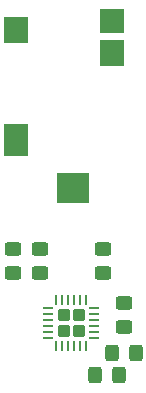
<source format=gbr>
%TF.GenerationSoftware,KiCad,Pcbnew,5.99.0-unknown-fc7f1d1d86~106~ubuntu20.04.1*%
%TF.CreationDate,2021-01-14T14:57:37+11:00*%
%TF.ProjectId,dac-featherwing,6461632d-6665-4617-9468-657277696e67,rev?*%
%TF.SameCoordinates,Original*%
%TF.FileFunction,Paste,Top*%
%TF.FilePolarity,Positive*%
%FSLAX46Y46*%
G04 Gerber Fmt 4.6, Leading zero omitted, Abs format (unit mm)*
G04 Created by KiCad (PCBNEW 5.99.0-unknown-fc7f1d1d86~106~ubuntu20.04.1) date 2021-01-14 14:57:37*
%MOMM*%
%LPD*%
G01*
G04 APERTURE LIST*
G04 Aperture macros list*
%AMRoundRect*
0 Rectangle with rounded corners*
0 $1 Rounding radius*
0 $2 $3 $4 $5 $6 $7 $8 $9 X,Y pos of 4 corners*
0 Add a 4 corners polygon primitive as box body*
4,1,4,$2,$3,$4,$5,$6,$7,$8,$9,$2,$3,0*
0 Add four circle primitives for the rounded corners*
1,1,$1+$1,$2,$3,0*
1,1,$1+$1,$4,$5,0*
1,1,$1+$1,$6,$7,0*
1,1,$1+$1,$8,$9,0*
0 Add four rect primitives between the rounded corners*
20,1,$1+$1,$2,$3,$4,$5,0*
20,1,$1+$1,$4,$5,$6,$7,0*
20,1,$1+$1,$6,$7,$8,$9,0*
20,1,$1+$1,$8,$9,$2,$3,0*%
G04 Aperture macros list end*
%ADD10RoundRect,0.250000X0.275000X-0.275000X0.275000X0.275000X-0.275000X0.275000X-0.275000X-0.275000X0*%
%ADD11RoundRect,0.062500X0.062500X-0.350000X0.062500X0.350000X-0.062500X0.350000X-0.062500X-0.350000X0*%
%ADD12RoundRect,0.062500X0.350000X-0.062500X0.350000X0.062500X-0.350000X0.062500X-0.350000X-0.062500X0*%
%ADD13RoundRect,0.250000X-0.325000X-0.450000X0.325000X-0.450000X0.325000X0.450000X-0.325000X0.450000X0*%
%ADD14RoundRect,0.250000X0.450000X-0.325000X0.450000X0.325000X-0.450000X0.325000X-0.450000X-0.325000X0*%
%ADD15R,2.100000X2.200000*%
%ADD16R,2.100000X2.700000*%
%ADD17R,2.100000X2.000000*%
%ADD18R,2.700000X2.600000*%
G04 APERTURE END LIST*
D10*
%TO.C,U1*%
X167655000Y-103393000D03*
X167655000Y-102093000D03*
X166355000Y-102093000D03*
X166355000Y-103393000D03*
D11*
X165755000Y-104680500D03*
X166255000Y-104680500D03*
X166755000Y-104680500D03*
X167255000Y-104680500D03*
X167755000Y-104680500D03*
X168255000Y-104680500D03*
D12*
X168942500Y-103993000D03*
X168942500Y-103493000D03*
X168942500Y-102993000D03*
X168942500Y-102493000D03*
X168942500Y-101993000D03*
X168942500Y-101493000D03*
D11*
X168255000Y-100805500D03*
X167755000Y-100805500D03*
X167255000Y-100805500D03*
X166755000Y-100805500D03*
X166255000Y-100805500D03*
X165755000Y-100805500D03*
D12*
X165067500Y-101493000D03*
X165067500Y-101993000D03*
X165067500Y-102493000D03*
X165067500Y-102993000D03*
X165067500Y-103493000D03*
X165067500Y-103993000D03*
%TD*%
D13*
%TO.C,C1*%
X169028000Y-107188000D03*
X171078000Y-107188000D03*
%TD*%
D14*
%TO.C,C5*%
X164338000Y-98561000D03*
X164338000Y-96511000D03*
%TD*%
%TO.C,C4*%
X169672000Y-98561000D03*
X169672000Y-96511000D03*
%TD*%
%TO.C,C3*%
X171450000Y-103133000D03*
X171450000Y-101083000D03*
%TD*%
D15*
%TO.C,3.5MM STEREO*%
X162320000Y-77954000D03*
X170420000Y-79854000D03*
D16*
X162320000Y-87254000D03*
D17*
X170420000Y-77154000D03*
D18*
X167120000Y-91354000D03*
%TD*%
D13*
%TO.C,C2*%
X170425000Y-105283000D03*
X172475000Y-105283000D03*
%TD*%
D14*
%TO.C,C6*%
X162052000Y-98561000D03*
X162052000Y-96511000D03*
%TD*%
M02*

</source>
